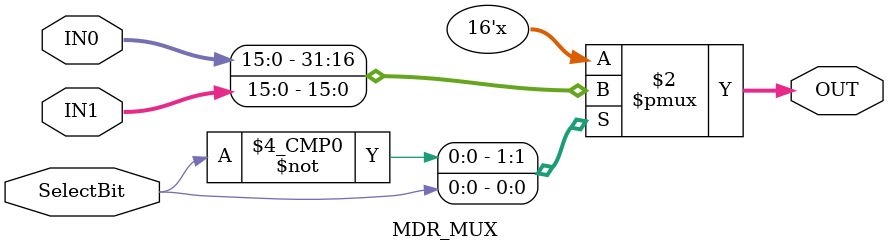
<source format=sv>
module PC_MUX (input logic [15:0] IN0, IN1, IN2,
					input logic [1:0] SelectBit,
					output logic [15:0] OUT);
					
				always_comb
				begin
					case (SelectBit)
						2'b00 :
							OUT = IN0;	//select PC + 1
						2'b01 :
							OUT = IN1;	//select BUS
						2'b10 :
							OUT = IN2;	//select output of address adder
						2'b11 : 
							OUT = 16'h0;
					endcase
				end
endmodule

module DR_MUX (input logic [2:0] IN,
					input logic SelectBit,
					output logic [2:0] OUT);
				
				always_comb
				begin
					case (SelectBit)
						1'b0 :
							OUT = IN;
						1'b1 :
							OUT = 3'b111;
					endcase
				end
endmodule

module SR1_MUX (input logic [2:0] IN0, IN1,
					input logic SelectBit,
					output logic [2:0] OUT);
				
				always_comb
				begin
					case (SelectBit)
						1'b0 :
							OUT = IN0;
						1'b1 :
							OUT = IN1;
					endcase
				end
endmodule

module SR2_MUX (input logic [15:0] IN0, IN1,
					input logic SelectBit,
					output logic [15:0] OUT);
				
				always_comb
				begin
					case (SelectBit)
						1'b0 :
							OUT = IN0;
						1'b1 :
							OUT = IN1;
					endcase
				end
endmodule

module ADDR1_MUX (input logic [15:0] IN0, IN1,
						input logic SelectBit,
						output logic [15:0] OUT);
				always_comb
				begin
					case (SelectBit)
						1'b0 :
							OUT = IN0;
						1'b1 :
							OUT = IN1;
					endcase
				end
endmodule


module ADDR2_MUX (input logic [15:0] IN0, IN1, IN2, IN3,
						input logic [1:0] SelectBit,
						output logic [15:0] OUT);
						
				always_comb
				begin
					case (SelectBit)
						2'b00 :
							OUT = 16'h0;
						2'b01 :
							OUT = IN0;
						2'b10 :
							OUT = IN1;
						2'b11 :
							OUT = IN2;
					endcase
				end

endmodule

module GATE_MUX (input logic [15:0] IN0, IN1, IN2, IN3,
					 input logic [3:0] SelectBit,
					 output logic [15:0] OUT);
					 
				always_comb
				begin
					case (SelectBit)
						4'b1000 :
							OUT = IN0;
						4'b0100 :
							OUT = IN1;
						4'b0010 :
							OUT = IN2;
						4'b0001 :
							OUT = IN3;
						default :
							OUT = 16'h0;
					endcase
				end
endmodule

module MDR_MUX (input logic [15:0] IN0, IN1, //input from either mem2io or bus
					 input logic SelectBit,
					 output logic [15:0] OUT);
				
				always_comb
				begin
					case (SelectBit)
						1'b0 :
							OUT = IN0;
						1'b1 :
							OUT = IN1;
					endcase
				end
					
endmodule


</source>
